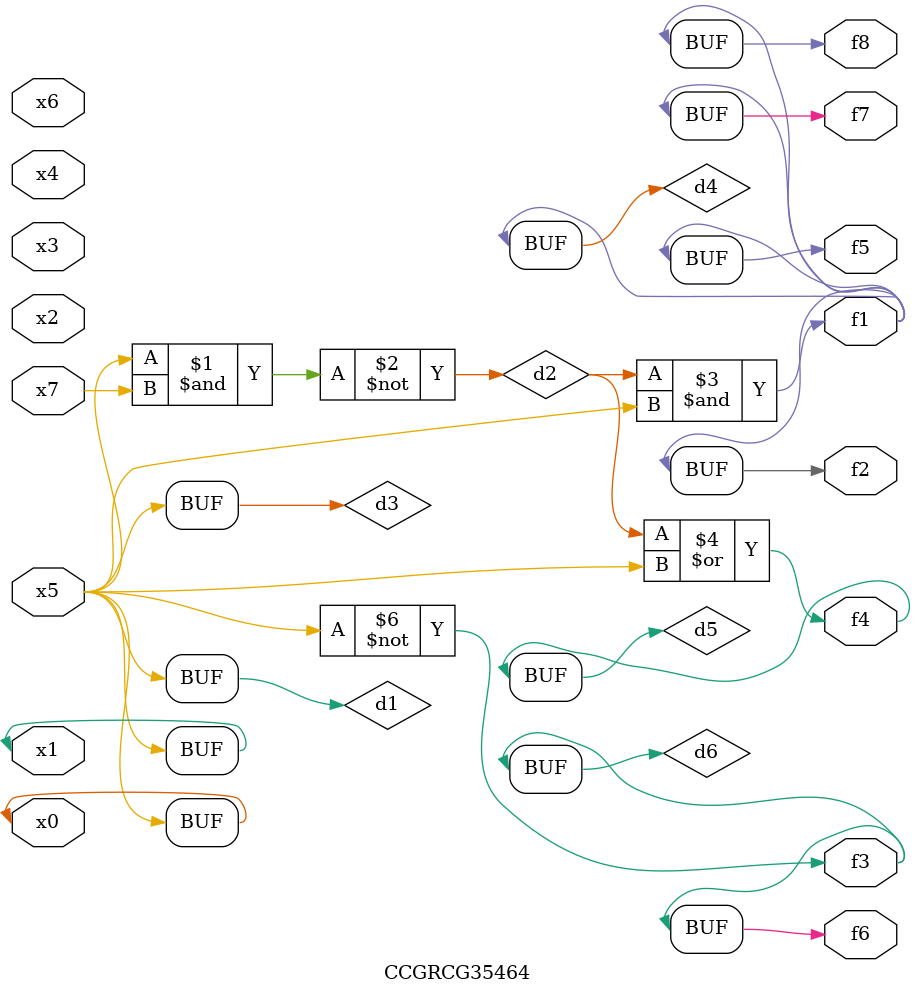
<source format=v>
module CCGRCG35464(
	input x0, x1, x2, x3, x4, x5, x6, x7,
	output f1, f2, f3, f4, f5, f6, f7, f8
);

	wire d1, d2, d3, d4, d5, d6;

	buf (d1, x0, x5);
	nand (d2, x5, x7);
	buf (d3, x0, x1);
	and (d4, d2, d3);
	or (d5, d2, d3);
	nor (d6, d1, d3);
	assign f1 = d4;
	assign f2 = d4;
	assign f3 = d6;
	assign f4 = d5;
	assign f5 = d4;
	assign f6 = d6;
	assign f7 = d4;
	assign f8 = d4;
endmodule

</source>
